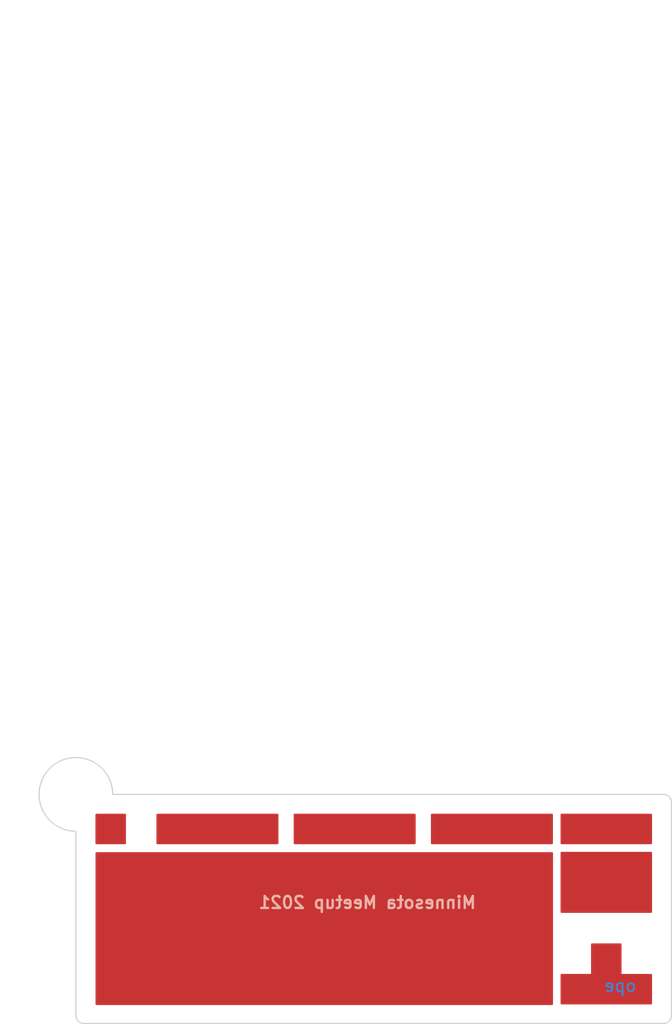
<source format=kicad_pcb>
(kicad_pcb (version 20171130) (host pcbnew "(5.1.10-1-10_14)")

  (general
    (thickness 1.6)
    (drawings 18)
    (tracks 0)
    (zones 0)
    (modules 87)
    (nets 1)
  )

  (page A4)
  (layers
    (0 F.Cu signal)
    (31 B.Cu signal)
    (32 B.Adhes user)
    (33 F.Adhes user)
    (34 B.Paste user)
    (35 F.Paste user)
    (36 B.SilkS user)
    (37 F.SilkS user)
    (38 B.Mask user)
    (39 F.Mask user)
    (40 Dwgs.User user hide)
    (41 Cmts.User user)
    (42 Eco1.User user)
    (43 Eco2.User user)
    (44 Edge.Cuts user)
    (45 Margin user)
    (46 B.CrtYd user)
    (47 F.CrtYd user)
    (48 B.Fab user)
    (49 F.Fab user hide)
  )

  (setup
    (last_trace_width 0.25)
    (trace_clearance 0.2)
    (zone_clearance 0)
    (zone_45_only no)
    (trace_min 0.2)
    (via_size 0.8)
    (via_drill 0.4)
    (via_min_size 0.4)
    (via_min_drill 0.3)
    (uvia_size 0.3)
    (uvia_drill 0.1)
    (uvias_allowed no)
    (uvia_min_size 0.2)
    (uvia_min_drill 0.1)
    (edge_width 0.15)
    (segment_width 0.15)
    (pcb_text_width 0.3)
    (pcb_text_size 1.5 1.5)
    (mod_edge_width 0.15)
    (mod_text_size 1 1)
    (mod_text_width 0.15)
    (pad_size 6 6)
    (pad_drill 4)
    (pad_to_mask_clearance 0)
    (aux_axis_origin 0 0)
    (visible_elements 7FFFFFFF)
    (pcbplotparams
      (layerselection 0x010fc_ffffffff)
      (usegerberextensions false)
      (usegerberattributes false)
      (usegerberadvancedattributes false)
      (creategerberjobfile false)
      (excludeedgelayer true)
      (linewidth 0.100000)
      (plotframeref false)
      (viasonmask false)
      (mode 1)
      (useauxorigin false)
      (hpglpennumber 1)
      (hpglpenspeed 20)
      (hpglpendiameter 15.000000)
      (psnegative false)
      (psa4output false)
      (plotreference true)
      (plotvalue true)
      (plotinvisibletext false)
      (padsonsilk false)
      (subtractmaskfromsilk false)
      (outputformat 1)
      (mirror false)
      (drillshape 0)
      (scaleselection 1)
      (outputdirectory "Gerber"))
  )

  (net 0 "")

  (net_class Default "This is the default net class."
    (clearance 0.2)
    (trace_width 0.25)
    (via_dia 0.8)
    (via_drill 0.4)
    (uvia_dia 0.3)
    (uvia_drill 0.1)
  )

  (module random-keyboard-parts:Plate_hole_4mm (layer F.Cu) (tedit 5DBC5A61) (tstamp 611E22A1)
    (at 12.8 137.7)
    (fp_text reference Ref** (at -0.0127 1.2065) (layer Dwgs.User) hide
      (effects (font (size 1 1) (thickness 0.15)))
    )
    (fp_text value Plate_hole_4mm (at 0 -0.5) (layer F.Fab)
      (effects (font (size 1 1) (thickness 0.15)))
    )
    (pad "" np_thru_hole circle (at 0.0127 -1.9939) (size 4 4) (drill 4) (layers *.Cu *.Mask))
  )

  (module locallib:Pad-1U (layer F.Cu) (tedit 5C08844F) (tstamp 5C090BB4)
    (at 55.245 144.78)
    (fp_text reference REF** (at 0 0.5) (layer Dwgs.User) hide
      (effects (font (size 1 1) (thickness 0.15)))
    )
    (fp_text value Pad-1U (at 0 -0.5) (layer F.Fab) hide
      (effects (font (size 1 1) (thickness 0.15)))
    )
    (pad "" smd rect (at 0 0) (size 3 3) (layers F.Mask)
      (solder_mask_margin -0.1))
  )

  (module locallib:Pad-1U (layer F.Cu) (tedit 5C08844F) (tstamp 5C090BB0)
    (at 24.765 144.78)
    (fp_text reference REF** (at 0 0.5) (layer Dwgs.User) hide
      (effects (font (size 1 1) (thickness 0.15)))
    )
    (fp_text value Pad-1U (at 0 -0.5) (layer F.Fab) hide
      (effects (font (size 1 1) (thickness 0.15)))
    )
    (pad "" smd rect (at 0 0) (size 3 3) (layers F.Mask)
      (solder_mask_margin -0.1))
  )

  (module locallib:Pad-1U (layer F.Cu) (tedit 5C08844F) (tstamp 5C090BAC)
    (at 36.195 144.78)
    (fp_text reference REF** (at 0 0.5) (layer Dwgs.User) hide
      (effects (font (size 1 1) (thickness 0.15)))
    )
    (fp_text value Pad-1U (at 0 -0.5) (layer F.Fab) hide
      (effects (font (size 1 1) (thickness 0.15)))
    )
    (pad "" smd rect (at 0 0) (size 3 3) (layers F.Mask)
      (solder_mask_margin -0.1))
  )

  (module locallib:Pad-1U (layer F.Cu) (tedit 5C08844F) (tstamp 5C090BA8)
    (at 28.575 144.78)
    (fp_text reference REF** (at 0 0.5) (layer Dwgs.User) hide
      (effects (font (size 1 1) (thickness 0.15)))
    )
    (fp_text value Pad-1U (at 0 -0.5) (layer F.Fab) hide
      (effects (font (size 1 1) (thickness 0.15)))
    )
    (pad "" smd rect (at 0 0) (size 3 3) (layers F.Mask)
      (solder_mask_margin -0.1))
  )

  (module locallib:Pad-1U (layer F.Cu) (tedit 5C08844F) (tstamp 5C090BA4)
    (at 32.385 144.78)
    (fp_text reference REF** (at 0 0.5) (layer Dwgs.User) hide
      (effects (font (size 1 1) (thickness 0.15)))
    )
    (fp_text value Pad-1U (at 0 -0.5) (layer F.Fab) hide
      (effects (font (size 1 1) (thickness 0.15)))
    )
    (pad "" smd rect (at 0 0) (size 3 3) (layers F.Mask)
      (solder_mask_margin -0.1))
  )

  (module locallib:Pad-1U (layer F.Cu) (tedit 5C08844F) (tstamp 5C090BA0)
    (at 43.815 144.78)
    (fp_text reference REF** (at 0 0.5) (layer Dwgs.User) hide
      (effects (font (size 1 1) (thickness 0.15)))
    )
    (fp_text value Pad-1U (at 0 -0.5) (layer F.Fab) hide
      (effects (font (size 1 1) (thickness 0.15)))
    )
    (pad "" smd rect (at 0 0) (size 3 3) (layers F.Mask)
      (solder_mask_margin -0.1))
  )

  (module locallib:Pad-1U (layer F.Cu) (tedit 5C08844F) (tstamp 5C090B9C)
    (at 40.005 144.78)
    (fp_text reference REF** (at 0 0.5) (layer Dwgs.User) hide
      (effects (font (size 1 1) (thickness 0.15)))
    )
    (fp_text value Pad-1U (at 0 -0.5) (layer F.Fab) hide
      (effects (font (size 1 1) (thickness 0.15)))
    )
    (pad "" smd rect (at 0 0) (size 3 3) (layers F.Mask)
      (solder_mask_margin -0.1))
  )

  (module locallib:Pad-1U (layer F.Cu) (tedit 5C08844F) (tstamp 5C090B98)
    (at 51.435 144.78)
    (fp_text reference REF** (at 0 0.5) (layer Dwgs.User) hide
      (effects (font (size 1 1) (thickness 0.15)))
    )
    (fp_text value Pad-1U (at 0 -0.5) (layer F.Fab) hide
      (effects (font (size 1 1) (thickness 0.15)))
    )
    (pad "" smd rect (at 0 0) (size 3 3) (layers F.Mask)
      (solder_mask_margin -0.1))
  )

  (module locallib:Pad-1U (layer F.Cu) (tedit 5C08844F) (tstamp 5C090B94)
    (at 62.865 144.78)
    (fp_text reference REF** (at 0 0.5) (layer Dwgs.User) hide
      (effects (font (size 1 1) (thickness 0.15)))
    )
    (fp_text value Pad-1U (at 0 -0.5) (layer F.Fab) hide
      (effects (font (size 1 1) (thickness 0.15)))
    )
    (pad "" smd rect (at 0 0) (size 3 3) (layers F.Mask)
      (solder_mask_margin -0.1))
  )

  (module locallib:Pad-1U (layer F.Cu) (tedit 5C08844F) (tstamp 5C090B90)
    (at 34.29 148.59)
    (fp_text reference REF** (at 0 0.5) (layer Dwgs.User) hide
      (effects (font (size 1 1) (thickness 0.15)))
    )
    (fp_text value Pad-1U (at 0 -0.5) (layer F.Fab) hide
      (effects (font (size 1 1) (thickness 0.15)))
    )
    (pad "" smd rect (at 0 0) (size 3 3) (layers F.Mask)
      (solder_mask_margin -0.1))
  )

  (module locallib:Pad-1.5U (layer F.Cu) (tedit 5C08853F) (tstamp 5C090B8C)
    (at 18.0975 148.59)
    (fp_text reference REF** (at 0 0.5) (layer Dwgs.User) hide
      (effects (font (size 1 1) (thickness 0.15)))
    )
    (fp_text value Pad-1.5U (at 0 -0.5) (layer F.Fab) hide
      (effects (font (size 1 1) (thickness 0.15)))
    )
    (pad "" smd rect (at 0 0) (size 4.905 3) (layers F.Mask)
      (solder_mask_margin -0.1))
  )

  (module locallib:Pad-1U (layer F.Cu) (tedit 5C08844F) (tstamp 5C090B88)
    (at 22.86 148.59)
    (fp_text reference REF** (at 0 0.5) (layer Dwgs.User) hide
      (effects (font (size 1 1) (thickness 0.15)))
    )
    (fp_text value Pad-1U (at 0 -0.5) (layer F.Fab) hide
      (effects (font (size 1 1) (thickness 0.15)))
    )
    (pad "" smd rect (at 0 0) (size 3 3) (layers F.Mask)
      (solder_mask_margin -0.1))
  )

  (module locallib:Pad-1U (layer F.Cu) (tedit 5C08844F) (tstamp 5C090B84)
    (at 58.1025 152.4)
    (fp_text reference REF** (at 0 0.5) (layer Dwgs.User) hide
      (effects (font (size 1 1) (thickness 0.15)))
    )
    (fp_text value Pad-1U (at 0 -0.5) (layer F.Fab) hide
      (effects (font (size 1 1) (thickness 0.15)))
    )
    (pad "" smd rect (at 0 0) (size 3 3) (layers F.Mask)
      (solder_mask_margin -0.1))
  )

  (module locallib:Pad-1U (layer F.Cu) (tedit 5C08844F) (tstamp 5C090B80)
    (at 49.53 148.59)
    (fp_text reference REF** (at 0 0.5) (layer Dwgs.User) hide
      (effects (font (size 1 1) (thickness 0.15)))
    )
    (fp_text value Pad-1U (at 0 -0.5) (layer F.Fab) hide
      (effects (font (size 1 1) (thickness 0.15)))
    )
    (pad "" smd rect (at 0 0) (size 3 3) (layers F.Mask)
      (solder_mask_margin -0.1))
  )

  (module locallib:Pad-1U (layer F.Cu) (tedit 5C08844F) (tstamp 5C090B7C)
    (at 59.055 144.78)
    (fp_text reference REF** (at 0 0.5) (layer Dwgs.User) hide
      (effects (font (size 1 1) (thickness 0.15)))
    )
    (fp_text value Pad-1U (at 0 -0.5) (layer F.Fab) hide
      (effects (font (size 1 1) (thickness 0.15)))
    )
    (pad "" smd rect (at 0 0) (size 3 3) (layers F.Mask)
      (solder_mask_margin -0.1))
  )

  (module locallib:Pad-1U (layer F.Cu) (tedit 5C08844F) (tstamp 5C090B78)
    (at 27.6225 152.4)
    (fp_text reference REF** (at 0 0.5) (layer Dwgs.User) hide
      (effects (font (size 1 1) (thickness 0.15)))
    )
    (fp_text value Pad-1U (at 0 -0.5) (layer F.Fab) hide
      (effects (font (size 1 1) (thickness 0.15)))
    )
    (pad "" smd rect (at 0 0) (size 3 3) (layers F.Mask)
      (solder_mask_margin -0.1))
  )

  (module locallib:Pad-1U (layer F.Cu) (tedit 5C08844F) (tstamp 5C090B74)
    (at 26.67 148.59)
    (fp_text reference REF** (at 0 0.5) (layer Dwgs.User) hide
      (effects (font (size 1 1) (thickness 0.15)))
    )
    (fp_text value Pad-1U (at 0 -0.5) (layer F.Fab) hide
      (effects (font (size 1 1) (thickness 0.15)))
    )
    (pad "" smd rect (at 0 0) (size 3 3) (layers F.Mask)
      (solder_mask_margin -0.1))
  )

  (module locallib:Pad-1U (layer F.Cu) (tedit 5C08844F) (tstamp 5C090B70)
    (at 50.4825 152.4)
    (fp_text reference REF** (at 0 0.5) (layer Dwgs.User) hide
      (effects (font (size 1 1) (thickness 0.15)))
    )
    (fp_text value Pad-1U (at 0 -0.5) (layer F.Fab) hide
      (effects (font (size 1 1) (thickness 0.15)))
    )
    (pad "" smd rect (at 0 0) (size 3 3) (layers F.Mask)
      (solder_mask_margin -0.1))
  )

  (module locallib:Pad-1U (layer F.Cu) (tedit 5C08844F) (tstamp 5C090B6C)
    (at 64.77 148.59)
    (fp_text reference REF** (at 0 0.5) (layer Dwgs.User) hide
      (effects (font (size 1 1) (thickness 0.15)))
    )
    (fp_text value Pad-1U (at 0 -0.5) (layer F.Fab) hide
      (effects (font (size 1 1) (thickness 0.15)))
    )
    (pad "" smd rect (at 0 0) (size 3 3) (layers F.Mask)
      (solder_mask_margin -0.1))
  )

  (module locallib:Pad-1U (layer F.Cu) (tedit 5C08844F) (tstamp 5C090B68)
    (at 38.1 148.59)
    (fp_text reference REF** (at 0 0.5) (layer Dwgs.User) hide
      (effects (font (size 1 1) (thickness 0.15)))
    )
    (fp_text value Pad-1U (at 0 -0.5) (layer F.Fab) hide
      (effects (font (size 1 1) (thickness 0.15)))
    )
    (pad "" smd rect (at 0 0) (size 3 3) (layers F.Mask)
      (solder_mask_margin -0.1))
  )

  (module locallib:Pad-1U (layer F.Cu) (tedit 5C08844F) (tstamp 5C090B64)
    (at 57.15 148.59)
    (fp_text reference REF** (at 0 0.5) (layer Dwgs.User) hide
      (effects (font (size 1 1) (thickness 0.15)))
    )
    (fp_text value Pad-1U (at 0 -0.5) (layer F.Fab) hide
      (effects (font (size 1 1) (thickness 0.15)))
    )
    (pad "" smd rect (at 0 0) (size 3 3) (layers F.Mask)
      (solder_mask_margin -0.1))
  )

  (module locallib:Pad-1.5U (layer F.Cu) (tedit 5C08853F) (tstamp 5C090B60)
    (at 69.5325 148.59)
    (fp_text reference REF** (at 0 0.5) (layer Dwgs.User) hide
      (effects (font (size 1 1) (thickness 0.15)))
    )
    (fp_text value Pad-1.5U (at 0 -0.5) (layer F.Fab) hide
      (effects (font (size 1 1) (thickness 0.15)))
    )
    (pad "" smd rect (at 0 0) (size 4.905 3) (layers F.Mask)
      (solder_mask_margin -0.1))
  )

  (module locallib:Pad-1U (layer F.Cu) (tedit 5C08844F) (tstamp 5C090B5C)
    (at 53.34 148.59)
    (fp_text reference REF** (at 0 0.5) (layer Dwgs.User) hide
      (effects (font (size 1 1) (thickness 0.15)))
    )
    (fp_text value Pad-1U (at 0 -0.5) (layer F.Fab) hide
      (effects (font (size 1 1) (thickness 0.15)))
    )
    (pad "" smd rect (at 0 0) (size 3 3) (layers F.Mask)
      (solder_mask_margin -0.1))
  )

  (module locallib:Pad-2.25U (layer F.Cu) (tedit 5C088496) (tstamp 5C090B58)
    (at 68.10375 152.4)
    (fp_text reference REF** (at 0 0.5) (layer Dwgs.User) hide
      (effects (font (size 1 1) (thickness 0.15)))
    )
    (fp_text value Pad-2.25U (at 0 -0.5) (layer F.Fab) hide
      (effects (font (size 1 1) (thickness 0.15)))
    )
    (pad "" smd rect (at 0 0) (size 7.7625 3) (layers F.Mask)
      (solder_mask_margin -0.1))
  )

  (module locallib:Pad-1U (layer F.Cu) (tedit 5C08844F) (tstamp 5C090B54)
    (at 35.2425 152.4)
    (fp_text reference REF** (at 0 0.5) (layer Dwgs.User) hide
      (effects (font (size 1 1) (thickness 0.15)))
    )
    (fp_text value Pad-1U (at 0 -0.5) (layer F.Fab) hide
      (effects (font (size 1 1) (thickness 0.15)))
    )
    (pad "" smd rect (at 0 0) (size 3 3) (layers F.Mask)
      (solder_mask_margin -0.1))
  )

  (module locallib:Pad-1U (layer F.Cu) (tedit 5C08844F) (tstamp 5C090B50)
    (at 41.91 148.59)
    (fp_text reference REF** (at 0 0.5) (layer Dwgs.User) hide
      (effects (font (size 1 1) (thickness 0.15)))
    )
    (fp_text value Pad-1U (at 0 -0.5) (layer F.Fab) hide
      (effects (font (size 1 1) (thickness 0.15)))
    )
    (pad "" smd rect (at 0 0) (size 3 3) (layers F.Mask)
      (solder_mask_margin -0.1))
  )

  (module locallib:Pad-1U (layer F.Cu) (tedit 5C08844F) (tstamp 5C090B4C)
    (at 30.48 148.59)
    (fp_text reference REF** (at 0 0.5) (layer Dwgs.User) hide
      (effects (font (size 1 1) (thickness 0.15)))
    )
    (fp_text value Pad-1U (at 0 -0.5) (layer F.Fab) hide
      (effects (font (size 1 1) (thickness 0.15)))
    )
    (pad "" smd rect (at 0 0) (size 3 3) (layers F.Mask)
      (solder_mask_margin -0.1))
  )

  (module locallib:Pad-1U (layer F.Cu) (tedit 5C08844F) (tstamp 5C090B48)
    (at 45.72 148.59)
    (fp_text reference REF** (at 0 0.5) (layer Dwgs.User) hide
      (effects (font (size 1 1) (thickness 0.15)))
    )
    (fp_text value Pad-1U (at 0 -0.5) (layer F.Fab) hide
      (effects (font (size 1 1) (thickness 0.15)))
    )
    (pad "" smd rect (at 0 0) (size 3 3) (layers F.Mask)
      (solder_mask_margin -0.1))
  )

  (module locallib:Pad-1U (layer F.Cu) (tedit 5C08844F) (tstamp 5C090B44)
    (at 60.96 148.59)
    (fp_text reference REF** (at 0 0.5) (layer Dwgs.User) hide
      (effects (font (size 1 1) (thickness 0.15)))
    )
    (fp_text value Pad-1U (at 0 -0.5) (layer F.Fab) hide
      (effects (font (size 1 1) (thickness 0.15)))
    )
    (pad "" smd rect (at 0 0) (size 3 3) (layers F.Mask)
      (solder_mask_margin -0.1))
  )

  (module locallib:Pad-1.75U (layer F.Cu) (tedit 5C08847B) (tstamp 5C090B40)
    (at 18.57375 152.4)
    (fp_text reference REF** (at 0 0.5) (layer Dwgs.User) hide
      (effects (font (size 1 1) (thickness 0.15)))
    )
    (fp_text value Pad-1.75U (at 0 -0.5) (layer F.Fab) hide
      (effects (font (size 1 1) (thickness 0.15)))
    )
    (pad "" smd rect (at 0 0) (size 5.8575 3) (layers F.Mask)
      (solder_mask_margin -0.1))
  )

  (module locallib:Pad-1U (layer F.Cu) (tedit 5C08844F) (tstamp 5C090B3C)
    (at 23.8125 152.4)
    (fp_text reference REF** (at 0 0.5) (layer Dwgs.User) hide
      (effects (font (size 1 1) (thickness 0.15)))
    )
    (fp_text value Pad-1U (at 0 -0.5) (layer F.Fab) hide
      (effects (font (size 1 1) (thickness 0.15)))
    )
    (pad "" smd rect (at 0 0) (size 3 3) (layers F.Mask)
      (solder_mask_margin -0.1))
  )

  (module locallib:Pad-1U (layer F.Cu) (tedit 5C08844F) (tstamp 5C090B38)
    (at 61.9125 152.4)
    (fp_text reference REF** (at 0 0.5) (layer Dwgs.User) hide
      (effects (font (size 1 1) (thickness 0.15)))
    )
    (fp_text value Pad-1U (at 0 -0.5) (layer F.Fab) hide
      (effects (font (size 1 1) (thickness 0.15)))
    )
    (pad "" smd rect (at 0 0) (size 3 3) (layers F.Mask)
      (solder_mask_margin -0.1))
  )

  (module locallib:Pad-1U (layer F.Cu) (tedit 5C08844F) (tstamp 5C090B34)
    (at 31.4325 152.4)
    (fp_text reference REF** (at 0 0.5) (layer Dwgs.User) hide
      (effects (font (size 1 1) (thickness 0.15)))
    )
    (fp_text value Pad-1U (at 0 -0.5) (layer F.Fab) hide
      (effects (font (size 1 1) (thickness 0.15)))
    )
    (pad "" smd rect (at 0 0) (size 3 3) (layers F.Mask)
      (solder_mask_margin -0.1))
  )

  (module locallib:Pad-1U (layer F.Cu) (tedit 5C08844F) (tstamp 5C090B30)
    (at 46.6725 152.4)
    (fp_text reference REF** (at 0 0.5) (layer Dwgs.User) hide
      (effects (font (size 1 1) (thickness 0.15)))
    )
    (fp_text value Pad-1U (at 0 -0.5) (layer F.Fab) hide
      (effects (font (size 1 1) (thickness 0.15)))
    )
    (pad "" smd rect (at 0 0) (size 3 3) (layers F.Mask)
      (solder_mask_margin -0.1))
  )

  (module locallib:Pad-1U (layer F.Cu) (tedit 5C08844F) (tstamp 5C090B2C)
    (at 47.625 144.78)
    (fp_text reference REF** (at 0 0.5) (layer Dwgs.User) hide
      (effects (font (size 1 1) (thickness 0.15)))
    )
    (fp_text value Pad-1U (at 0 -0.5) (layer F.Fab) hide
      (effects (font (size 1 1) (thickness 0.15)))
    )
    (pad "" smd rect (at 0 0) (size 3 3) (layers F.Mask)
      (solder_mask_margin -0.1))
  )

  (module locallib:Pad-1U (layer F.Cu) (tedit 5C08844F) (tstamp 5C090B28)
    (at 54.2925 152.4)
    (fp_text reference REF** (at 0 0.5) (layer Dwgs.User) hide
      (effects (font (size 1 1) (thickness 0.15)))
    )
    (fp_text value Pad-1U (at 0 -0.5) (layer F.Fab) hide
      (effects (font (size 1 1) (thickness 0.15)))
    )
    (pad "" smd rect (at 0 0) (size 3 3) (layers F.Mask)
      (solder_mask_margin -0.1))
  )

  (module locallib:Pad-1U (layer F.Cu) (tedit 5C08844F) (tstamp 5C090B24)
    (at 42.8625 152.4)
    (fp_text reference REF** (at 0 0.5) (layer Dwgs.User) hide
      (effects (font (size 1 1) (thickness 0.15)))
    )
    (fp_text value Pad-1U (at 0 -0.5) (layer F.Fab) hide
      (effects (font (size 1 1) (thickness 0.15)))
    )
    (pad "" smd rect (at 0 0) (size 3 3) (layers F.Mask)
      (solder_mask_margin -0.1))
  )

  (module locallib:Pad-2U (layer F.Cu) (tedit 5C08848A) (tstamp 5C090B20)
    (at 68.58 144.78)
    (fp_text reference REF** (at 0 0.5) (layer Dwgs.User) hide
      (effects (font (size 1 1) (thickness 0.15)))
    )
    (fp_text value Pad-2U (at 0 -0.5) (layer F.Fab) hide
      (effects (font (size 1 1) (thickness 0.15)))
    )
    (pad "" smd rect (at 0 0) (size 6.81 3) (layers F.Mask)
      (solder_mask_margin -0.1))
  )

  (module locallib:Pad-1U (layer F.Cu) (tedit 5C08844F) (tstamp 5C090B1C)
    (at 79.0575 148.59)
    (fp_text reference REF** (at 0 0.5) (layer Dwgs.User) hide
      (effects (font (size 1 1) (thickness 0.15)))
    )
    (fp_text value Pad-1U (at 0 -0.5) (layer F.Fab) hide
      (effects (font (size 1 1) (thickness 0.15)))
    )
    (pad "" smd rect (at 0 0) (size 3 3) (layers F.Mask)
      (solder_mask_margin -0.1))
  )

  (module locallib:Pad-1U (layer F.Cu) (tedit 5C08844F) (tstamp 5C090B18)
    (at 75.2475 160.02)
    (fp_text reference REF** (at 0 0.5) (layer Dwgs.User) hide
      (effects (font (size 1 1) (thickness 0.15)))
    )
    (fp_text value Pad-1U (at 0 -0.5) (layer F.Fab) hide
      (effects (font (size 1 1) (thickness 0.15)))
    )
    (pad "" smd rect (at 0 0) (size 3 3) (layers F.Mask)
      (solder_mask_margin -0.1))
  )

  (module locallib:Pad-1U (layer F.Cu) (tedit 5C08844F) (tstamp 5C090B14)
    (at 48.5775 156.21)
    (fp_text reference REF** (at 0 0.5) (layer Dwgs.User) hide
      (effects (font (size 1 1) (thickness 0.15)))
    )
    (fp_text value Pad-1U (at 0 -0.5) (layer F.Fab) hide
      (effects (font (size 1 1) (thickness 0.15)))
    )
    (pad "" smd rect (at 0 0) (size 3 3) (layers F.Mask)
      (solder_mask_margin -0.1))
  )

  (module locallib:Pad-1U (layer F.Cu) (tedit 5C08844F) (tstamp 5C090B10)
    (at 17.145 144.78)
    (fp_text reference REF** (at 0 0.5) (layer Dwgs.User) hide
      (effects (font (size 1 1) (thickness 0.15)))
    )
    (fp_text value Pad-1U (at 0 -0.5) (layer F.Fab) hide
      (effects (font (size 1 1) (thickness 0.15)))
    )
    (pad "" smd rect (at 0 0) (size 3 3) (layers F.Mask)
      (solder_mask_margin -0.1))
  )

  (module locallib:Pad-1U (layer F.Cu) (tedit 5C08844F) (tstamp 5C090B0C)
    (at 60.0075 156.21)
    (fp_text reference REF** (at 0 0.5) (layer Dwgs.User) hide
      (effects (font (size 1 1) (thickness 0.15)))
    )
    (fp_text value Pad-1U (at 0 -0.5) (layer F.Fab) hide
      (effects (font (size 1 1) (thickness 0.15)))
    )
    (pad "" smd rect (at 0 0) (size 3 3) (layers F.Mask)
      (solder_mask_margin -0.1))
  )

  (module locallib:Pad-1.5U (layer F.Cu) (tedit 5C08853F) (tstamp 5C090B08)
    (at 18.0975 160.02)
    (fp_text reference REF** (at 0 0.5) (layer Dwgs.User) hide
      (effects (font (size 1 1) (thickness 0.15)))
    )
    (fp_text value Pad-1.5U (at 0 -0.5) (layer F.Fab) hide
      (effects (font (size 1 1) (thickness 0.15)))
    )
    (pad "" smd rect (at 0 0) (size 4.905 3) (layers F.Mask)
      (solder_mask_margin -0.1))
  )

  (module locallib:Pad-1U (layer F.Cu) (tedit 5C08844F) (tstamp 5C090B04)
    (at 79.0575 140.0175)
    (fp_text reference REF** (at 0 0.5) (layer Dwgs.User) hide
      (effects (font (size 1 1) (thickness 0.15)))
    )
    (fp_text value Pad-1U (at 0 -0.5) (layer F.Fab) hide
      (effects (font (size 1 1) (thickness 0.15)))
    )
    (pad "" smd rect (at 0 0) (size 3 3) (layers F.Mask)
      (solder_mask_margin -0.1))
  )

  (module locallib:Pad-7U (layer F.Cu) (tedit 5C0884CD) (tstamp 5C090B00)
    (at 43.815 160.02)
    (fp_text reference REF** (at 0 0.5) (layer Dwgs.User) hide
      (effects (font (size 1 1) (thickness 0.15)))
    )
    (fp_text value Pad-7U (at 0 -0.5) (layer F.Fab) hide
      (effects (font (size 1 1) (thickness 0.15)))
    )
    (pad "" smd rect (at 0 0) (size 25.86 3) (layers F.Mask)
      (solder_mask_margin -0.1))
  )

  (module locallib:Pad-1.5U (layer F.Cu) (tedit 5C08853F) (tstamp 5C090AFC)
    (at 60.0075 160.02)
    (fp_text reference REF** (at 0 0.5) (layer Dwgs.User) hide
      (effects (font (size 1 1) (thickness 0.15)))
    )
    (fp_text value Pad-1.5U (at 0 -0.5) (layer F.Fab) hide
      (effects (font (size 1 1) (thickness 0.15)))
    )
    (pad "" smd rect (at 0 0) (size 4.905 3) (layers F.Mask)
      (solder_mask_margin -0.1))
  )

  (module locallib:Pad-1U (layer F.Cu) (tedit 5C08844F) (tstamp 5C090AF8)
    (at 41.91 140.0175)
    (fp_text reference REF** (at 0 0.5) (layer Dwgs.User) hide
      (effects (font (size 1 1) (thickness 0.15)))
    )
    (fp_text value Pad-1U (at 0 -0.5) (layer F.Fab) hide
      (effects (font (size 1 1) (thickness 0.15)))
    )
    (pad "" smd rect (at 0 0) (size 3 3) (layers F.Mask)
      (solder_mask_margin -0.1))
  )

  (module locallib:Pad-1U (layer F.Cu) (tedit 5C08844F) (tstamp 5C090AF4)
    (at 44.7675 156.21)
    (fp_text reference REF** (at 0 0.5) (layer Dwgs.User) hide
      (effects (font (size 1 1) (thickness 0.15)))
    )
    (fp_text value Pad-1U (at 0 -0.5) (layer F.Fab) hide
      (effects (font (size 1 1) (thickness 0.15)))
    )
    (pad "" smd rect (at 0 0) (size 3 3) (layers F.Mask)
      (solder_mask_margin -0.1))
  )

  (module locallib:Pad-1U (layer F.Cu) (tedit 5C08844F) (tstamp 5C090AF0)
    (at 82.8675 148.59)
    (fp_text reference REF** (at 0 0.5) (layer Dwgs.User) hide
      (effects (font (size 1 1) (thickness 0.15)))
    )
    (fp_text value Pad-1U (at 0 -0.5) (layer F.Fab) hide
      (effects (font (size 1 1) (thickness 0.15)))
    )
    (pad "" smd rect (at 0 0) (size 3 3) (layers F.Mask)
      (solder_mask_margin -0.1))
  )

  (module locallib:Pad-1U (layer F.Cu) (tedit 5C08844F) (tstamp 5C090AEC)
    (at 79.0575 160.02)
    (fp_text reference REF** (at 0 0.5) (layer Dwgs.User) hide
      (effects (font (size 1 1) (thickness 0.15)))
    )
    (fp_text value Pad-1U (at 0 -0.5) (layer F.Fab) hide
      (effects (font (size 1 1) (thickness 0.15)))
    )
    (pad "" smd rect (at 0 0) (size 3 3) (layers F.Mask)
      (solder_mask_margin -0.1))
  )

  (module locallib:Pad-1U (layer F.Cu) (tedit 5C08844F) (tstamp 5C090AE8)
    (at 29.5275 156.21)
    (fp_text reference REF** (at 0 0.5) (layer Dwgs.User) hide
      (effects (font (size 1 1) (thickness 0.15)))
    )
    (fp_text value Pad-1U (at 0 -0.5) (layer F.Fab) hide
      (effects (font (size 1 1) (thickness 0.15)))
    )
    (pad "" smd rect (at 0 0) (size 3 3) (layers F.Mask)
      (solder_mask_margin -0.1))
  )

  (module locallib:Pad-1U (layer F.Cu) (tedit 5C08844F) (tstamp 5C090AE4)
    (at 40.9575 156.21)
    (fp_text reference REF** (at 0 0.5) (layer Dwgs.User) hide
      (effects (font (size 1 1) (thickness 0.15)))
    )
    (fp_text value Pad-1U (at 0 -0.5) (layer F.Fab) hide
      (effects (font (size 1 1) (thickness 0.15)))
    )
    (pad "" smd rect (at 0 0) (size 3 3) (layers F.Mask)
      (solder_mask_margin -0.1))
  )

  (module locallib:Pad-2.75U (layer F.Cu) (tedit 5C0884A5) (tstamp 5C090AE0)
    (at 67.15125 156.21)
    (fp_text reference REF** (at 0 0.5) (layer Dwgs.User) hide
      (effects (font (size 1 1) (thickness 0.15)))
    )
    (fp_text value Pad-2.75U (at 0 -0.5) (layer F.Fab) hide
      (effects (font (size 1 1) (thickness 0.15)))
    )
    (pad "" smd rect (at 0 0) (size 9.6675 3) (layers F.Mask)
      (solder_mask_margin -0.1))
  )

  (module locallib:Pad-1U (layer F.Cu) (tedit 5C08844F) (tstamp 5C090ADC)
    (at 17.145 140.0175)
    (fp_text reference REF** (at 0 0.5) (layer Dwgs.User) hide
      (effects (font (size 1 1) (thickness 0.15)))
    )
    (fp_text value Pad-1U (at 0 -0.5) (layer F.Fab) hide
      (effects (font (size 1 1) (thickness 0.15)))
    )
    (pad "" smd rect (at 0 0) (size 3 3) (layers F.Mask)
      (solder_mask_margin -0.1))
  )

  (module locallib:Pad-1U (layer F.Cu) (tedit 5C08844F) (tstamp 5C090AD8)
    (at 52.3875 156.21)
    (fp_text reference REF** (at 0 0.5) (layer Dwgs.User) hide
      (effects (font (size 1 1) (thickness 0.15)))
    )
    (fp_text value Pad-1U (at 0 -0.5) (layer F.Fab) hide
      (effects (font (size 1 1) (thickness 0.15)))
    )
    (pad "" smd rect (at 0 0) (size 3 3) (layers F.Mask)
      (solder_mask_margin -0.1))
  )

  (module locallib:Pad-1U (layer F.Cu) (tedit 5C08844F) (tstamp 5C090AD4)
    (at 33.3375 156.21)
    (fp_text reference REF** (at 0 0.5) (layer Dwgs.User) hide
      (effects (font (size 1 1) (thickness 0.15)))
    )
    (fp_text value Pad-1U (at 0 -0.5) (layer F.Fab) hide
      (effects (font (size 1 1) (thickness 0.15)))
    )
    (pad "" smd rect (at 0 0) (size 3 3) (layers F.Mask)
      (solder_mask_margin -0.1))
  )

  (module locallib:Pad-1U (layer F.Cu) (tedit 5C08844F) (tstamp 5C090AD0)
    (at 56.1975 156.21)
    (fp_text reference REF** (at 0 0.5) (layer Dwgs.User) hide
      (effects (font (size 1 1) (thickness 0.15)))
    )
    (fp_text value Pad-1U (at 0 -0.5) (layer F.Fab) hide
      (effects (font (size 1 1) (thickness 0.15)))
    )
    (pad "" smd rect (at 0 0) (size 3 3) (layers F.Mask)
      (solder_mask_margin -0.1))
  )

  (module locallib:Pad-1U (layer F.Cu) (tedit 5C08844F) (tstamp 5C090ACC)
    (at 82.8675 160.02)
    (fp_text reference REF** (at 0 0.5) (layer Dwgs.User) hide
      (effects (font (size 1 1) (thickness 0.15)))
    )
    (fp_text value Pad-1U (at 0 -0.5) (layer F.Fab) hide
      (effects (font (size 1 1) (thickness 0.15)))
    )
    (pad "" smd rect (at 0 0) (size 3 3) (layers F.Mask)
      (solder_mask_margin -0.1))
  )

  (module locallib:Pad-1U (layer F.Cu) (tedit 5C08844F) (tstamp 5C090AC8)
    (at 25.7175 156.21)
    (fp_text reference REF** (at 0 0.5) (layer Dwgs.User) hide
      (effects (font (size 1 1) (thickness 0.15)))
    )
    (fp_text value Pad-1U (at 0 -0.5) (layer F.Fab) hide
      (effects (font (size 1 1) (thickness 0.15)))
    )
    (pad "" smd rect (at 0 0) (size 3 3) (layers F.Mask)
      (solder_mask_margin -0.1))
  )

  (module locallib:Pad-1U (layer F.Cu) (tedit 5C08844F) (tstamp 5C090AC4)
    (at 75.2475 144.78)
    (fp_text reference REF** (at 0 0.5) (layer Dwgs.User) hide
      (effects (font (size 1 1) (thickness 0.15)))
    )
    (fp_text value Pad-1U (at 0 -0.5) (layer F.Fab) hide
      (effects (font (size 1 1) (thickness 0.15)))
    )
    (pad "" smd rect (at 0 0) (size 3 3) (layers F.Mask)
      (solder_mask_margin -0.1))
  )

  (module locallib:Pad-1.5U (layer F.Cu) (tedit 5C08853F) (tstamp 5C090AC0)
    (at 27.6225 160.02)
    (fp_text reference REF** (at 0 0.5) (layer Dwgs.User) hide
      (effects (font (size 1 1) (thickness 0.15)))
    )
    (fp_text value Pad-1.5U (at 0 -0.5) (layer F.Fab) hide
      (effects (font (size 1 1) (thickness 0.15)))
    )
    (pad "" smd rect (at 0 0) (size 4.905 3) (layers F.Mask)
      (solder_mask_margin -0.1))
  )

  (module locallib:Pad-1U (layer F.Cu) (tedit 5C08844F) (tstamp 5C090ABC)
    (at 82.8675 144.78)
    (fp_text reference REF** (at 0 0.5) (layer Dwgs.User) hide
      (effects (font (size 1 1) (thickness 0.15)))
    )
    (fp_text value Pad-1U (at 0 -0.5) (layer F.Fab) hide
      (effects (font (size 1 1) (thickness 0.15)))
    )
    (pad "" smd rect (at 0 0) (size 3 3) (layers F.Mask)
      (solder_mask_margin -0.1))
  )

  (module locallib:Pad-1U (layer F.Cu) (tedit 5C08844F) (tstamp 5C090AB8)
    (at 75.2475 140.0175)
    (fp_text reference REF** (at 0 0.5) (layer Dwgs.User) hide
      (effects (font (size 1 1) (thickness 0.15)))
    )
    (fp_text value Pad-1U (at 0 -0.5) (layer F.Fab) hide
      (effects (font (size 1 1) (thickness 0.15)))
    )
    (pad "" smd rect (at 0 0) (size 3 3) (layers F.Mask)
      (solder_mask_margin -0.1))
  )

  (module locallib:Pad-1U (layer F.Cu) (tedit 5C08844F) (tstamp 5C090AB4)
    (at 79.0575 144.78)
    (fp_text reference REF** (at 0 0.5) (layer Dwgs.User) hide
      (effects (font (size 1 1) (thickness 0.15)))
    )
    (fp_text value Pad-1U (at 0 -0.5) (layer F.Fab) hide
      (effects (font (size 1 1) (thickness 0.15)))
    )
    (pad "" smd rect (at 0 0) (size 3 3) (layers F.Mask)
      (solder_mask_margin -0.1))
  )

  (module locallib:Pad-1U (layer F.Cu) (tedit 5C08844F) (tstamp 5C090AB0)
    (at 37.1475 156.21)
    (fp_text reference REF** (at 0 0.5) (layer Dwgs.User) hide
      (effects (font (size 1 1) (thickness 0.15)))
    )
    (fp_text value Pad-1U (at 0 -0.5) (layer F.Fab) hide
      (effects (font (size 1 1) (thickness 0.15)))
    )
    (pad "" smd rect (at 0 0) (size 3 3) (layers F.Mask)
      (solder_mask_margin -0.1))
  )

  (module locallib:Pad-1U (layer F.Cu) (tedit 5C08844F) (tstamp 5C090AAC)
    (at 79.0575 156.21)
    (fp_text reference REF** (at 0 0.5) (layer Dwgs.User) hide
      (effects (font (size 1 1) (thickness 0.15)))
    )
    (fp_text value Pad-1U (at 0 -0.5) (layer F.Fab) hide
      (effects (font (size 1 1) (thickness 0.15)))
    )
    (pad "" smd rect (at 0 0) (size 3 3) (layers F.Mask)
      (solder_mask_margin -0.1))
  )

  (module locallib:Pad-2.25U (layer F.Cu) (tedit 5C088496) (tstamp 5C090AA8)
    (at 19.52625 156.21)
    (fp_text reference REF** (at 0 0.5) (layer Dwgs.User) hide
      (effects (font (size 1 1) (thickness 0.15)))
    )
    (fp_text value Pad-2.25U (at 0 -0.5) (layer F.Fab) hide
      (effects (font (size 1 1) (thickness 0.15)))
    )
    (pad "" smd rect (at 0 0) (size 7.7625 3) (layers F.Mask)
      (solder_mask_margin -0.1))
  )

  (module locallib:Pad-1U (layer F.Cu) (tedit 5C08844F) (tstamp 5C090AA4)
    (at 39.0525 152.4)
    (fp_text reference REF** (at 0 0.5) (layer Dwgs.User) hide
      (effects (font (size 1 1) (thickness 0.15)))
    )
    (fp_text value Pad-1U (at 0 -0.5) (layer F.Fab) hide
      (effects (font (size 1 1) (thickness 0.15)))
    )
    (pad "" smd rect (at 0 0) (size 3 3) (layers F.Mask)
      (solder_mask_margin -0.1))
  )

  (module locallib:Pad-1U (layer F.Cu) (tedit 5C08844F) (tstamp 5C090AA0)
    (at 82.8675 140.0175)
    (fp_text reference REF** (at 0 0.5) (layer Dwgs.User) hide
      (effects (font (size 1 1) (thickness 0.15)))
    )
    (fp_text value Pad-1U (at 0 -0.5) (layer F.Fab) hide
      (effects (font (size 1 1) (thickness 0.15)))
    )
    (pad "" smd rect (at 0 0) (size 3 3) (layers F.Mask)
      (solder_mask_margin -0.1))
  )

  (module locallib:Pad-1.5U (layer F.Cu) (tedit 5C08853F) (tstamp 5C090A9C)
    (at 69.5325 160.02)
    (fp_text reference REF** (at 0 0.5) (layer Dwgs.User) hide
      (effects (font (size 1 1) (thickness 0.15)))
    )
    (fp_text value Pad-1.5U (at 0 -0.5) (layer F.Fab) hide
      (effects (font (size 1 1) (thickness 0.15)))
    )
    (pad "" smd rect (at 0 0) (size 4.905 3) (layers F.Mask)
      (solder_mask_margin -0.1))
  )

  (module locallib:Pad-1U (layer F.Cu) (tedit 5C08844F) (tstamp 5C090A98)
    (at 24.765 140.0175)
    (fp_text reference REF** (at 0 0.5) (layer Dwgs.User) hide
      (effects (font (size 1 1) (thickness 0.15)))
    )
    (fp_text value Pad-1U (at 0 -0.5) (layer F.Fab) hide
      (effects (font (size 1 1) (thickness 0.15)))
    )
    (pad "" smd rect (at 0 0) (size 3 3) (layers F.Mask)
      (solder_mask_margin -0.1))
  )

  (module locallib:Pad-1U (layer F.Cu) (tedit 5C08844F) (tstamp 5C090A94)
    (at 75.2475 148.59)
    (fp_text reference REF** (at 0 0.5) (layer Dwgs.User) hide
      (effects (font (size 1 1) (thickness 0.15)))
    )
    (fp_text value Pad-1U (at 0 -0.5) (layer F.Fab) hide
      (effects (font (size 1 1) (thickness 0.15)))
    )
    (pad "" smd rect (at 0 0) (size 3 3) (layers F.Mask)
      (solder_mask_margin -0.1))
  )

  (module locallib:Pad-1U (layer F.Cu) (tedit 5C08844F) (tstamp 5C090A90)
    (at 59.055 140.0175)
    (fp_text reference REF** (at 0 0.5) (layer Dwgs.User) hide
      (effects (font (size 1 1) (thickness 0.15)))
    )
    (fp_text value Pad-1U (at 0 -0.5) (layer F.Fab) hide
      (effects (font (size 1 1) (thickness 0.15)))
    )
    (pad "" smd rect (at 0 0) (size 3 3) (layers F.Mask)
      (solder_mask_margin -0.1))
  )

  (module locallib:Pad-1U (layer F.Cu) (tedit 5C08844F) (tstamp 5C090A8C)
    (at 66.675 140.0175)
    (fp_text reference REF** (at 0 0.5) (layer Dwgs.User) hide
      (effects (font (size 1 1) (thickness 0.15)))
    )
    (fp_text value Pad-1U (at 0 -0.5) (layer F.Fab) hide
      (effects (font (size 1 1) (thickness 0.15)))
    )
    (pad "" smd rect (at 0 0) (size 3 3) (layers F.Mask)
      (solder_mask_margin -0.1))
  )

  (module locallib:Pad-1U (layer F.Cu) (tedit 5C08844F) (tstamp 5C090A88)
    (at 62.865 140.0175)
    (fp_text reference REF** (at 0 0.5) (layer Dwgs.User) hide
      (effects (font (size 1 1) (thickness 0.15)))
    )
    (fp_text value Pad-1U (at 0 -0.5) (layer F.Fab) hide
      (effects (font (size 1 1) (thickness 0.15)))
    )
    (pad "" smd rect (at 0 0) (size 3 3) (layers F.Mask)
      (solder_mask_margin -0.1))
  )

  (module locallib:Pad-1U (layer F.Cu) (tedit 5C08844F) (tstamp 5C090A84)
    (at 45.72 140.0175)
    (fp_text reference REF** (at 0 0.5) (layer Dwgs.User) hide
      (effects (font (size 1 1) (thickness 0.15)))
    )
    (fp_text value Pad-1U (at 0 -0.5) (layer F.Fab) hide
      (effects (font (size 1 1) (thickness 0.15)))
    )
    (pad "" smd rect (at 0 0) (size 3 3) (layers F.Mask)
      (solder_mask_margin -0.1))
  )

  (module locallib:Pad-1U (layer F.Cu) (tedit 5C08844F) (tstamp 5C090A80)
    (at 49.53 140.0175)
    (fp_text reference REF** (at 0 0.5) (layer Dwgs.User) hide
      (effects (font (size 1 1) (thickness 0.15)))
    )
    (fp_text value Pad-1U (at 0 -0.5) (layer F.Fab) hide
      (effects (font (size 1 1) (thickness 0.15)))
    )
    (pad "" smd rect (at 0 0) (size 3 3) (layers F.Mask)
      (solder_mask_margin -0.1))
  )

  (module locallib:Pad-1U (layer F.Cu) (tedit 5C08844F) (tstamp 5C090A7C)
    (at 53.34 140.0175)
    (fp_text reference REF** (at 0 0.5) (layer Dwgs.User) hide
      (effects (font (size 1 1) (thickness 0.15)))
    )
    (fp_text value Pad-1U (at 0 -0.5) (layer F.Fab) hide
      (effects (font (size 1 1) (thickness 0.15)))
    )
    (pad "" smd rect (at 0 0) (size 3 3) (layers F.Mask)
      (solder_mask_margin -0.1))
  )

  (module locallib:Pad-1U (layer F.Cu) (tedit 5C08844F) (tstamp 5C090A78)
    (at 70.485 140.0175)
    (fp_text reference REF** (at 0 0.5) (layer Dwgs.User) hide
      (effects (font (size 1 1) (thickness 0.15)))
    )
    (fp_text value Pad-1U (at 0 -0.5) (layer F.Fab) hide
      (effects (font (size 1 1) (thickness 0.15)))
    )
    (pad "" smd rect (at 0 0) (size 3 3) (layers F.Mask)
      (solder_mask_margin -0.1))
  )

  (module locallib:Pad-1U (layer F.Cu) (tedit 5C08844F) (tstamp 5C090A73)
    (at 20.955 144.78)
    (fp_text reference REF** (at 0 0.5) (layer Dwgs.User) hide
      (effects (font (size 1 1) (thickness 0.15)))
    )
    (fp_text value Pad-1U (at 0 -0.5) (layer F.Fab) hide
      (effects (font (size 1 1) (thickness 0.15)))
    )
    (pad "" smd rect (at 0 0) (size 3 3) (layers F.Mask)
      (solder_mask_margin -0.1))
  )

  (module locallib:Pad-1U (layer F.Cu) (tedit 5C08844F) (tstamp 5C090A6F)
    (at 36.195 140.0175)
    (fp_text reference REF** (at 0 0.5) (layer Dwgs.User) hide
      (effects (font (size 1 1) (thickness 0.15)))
    )
    (fp_text value Pad-1U (at 0 -0.5) (layer F.Fab) hide
      (effects (font (size 1 1) (thickness 0.15)))
    )
    (pad "" smd rect (at 0 0) (size 3 3) (layers F.Mask)
      (solder_mask_margin -0.1))
  )

  (module locallib:Pad-1U (layer F.Cu) (tedit 5C08844F) (tstamp 5C090A6B)
    (at 32.385 140.0175)
    (fp_text reference REF** (at 0 0.5) (layer Dwgs.User) hide
      (effects (font (size 1 1) (thickness 0.15)))
    )
    (fp_text value Pad-1U (at 0 -0.5) (layer F.Fab) hide
      (effects (font (size 1 1) (thickness 0.15)))
    )
    (pad "" smd rect (at 0 0) (size 3 3) (layers F.Mask)
      (solder_mask_margin -0.1))
  )

  (module locallib:Pad-1U (layer F.Cu) (tedit 5C08844F) (tstamp 5C090A67)
    (at 28.575 140.0175)
    (fp_text reference REF** (at 0 0.5) (layer Dwgs.User) hide
      (effects (font (size 1 1) (thickness 0.15)))
    )
    (fp_text value Pad-1U (at 0 -0.5) (layer F.Fab) hide
      (effects (font (size 1 1) (thickness 0.15)))
    )
    (pad "" smd rect (at 0 0) (size 3 3) (layers F.Mask)
      (solder_mask_margin -0.1))
  )

  (module locallib:Pad-1U (layer F.Cu) (tedit 5C08844F) (tstamp 5C090F80)
    (at 22.86 160.02)
    (fp_text reference REF** (at 0 0.5) (layer Dwgs.User) hide
      (effects (font (size 1 1) (thickness 0.15)))
    )
    (fp_text value Pad-1U (at 0 -0.5) (layer F.Fab) hide
      (effects (font (size 1 1) (thickness 0.15)))
    )
    (pad "" smd rect (at 0 0) (size 3 3) (layers F.Mask)
      (solder_mask_margin -0.1))
  )

  (module locallib:Pad-1U (layer F.Cu) (tedit 5C08844F) (tstamp 5C090FA1)
    (at 64.77 160.02)
    (fp_text reference REF** (at 0 0.5) (layer Dwgs.User) hide
      (effects (font (size 1 1) (thickness 0.15)))
    )
    (fp_text value Pad-1U (at 0 -0.5) (layer F.Fab) hide
      (effects (font (size 1 1) (thickness 0.15)))
    )
    (pad "" smd rect (at 0 0) (size 3 3) (layers F.Mask)
      (solder_mask_margin -0.1))
  )

  (gr_text ope (at 80.8 159.6) (layer B.Cu) (tstamp 611BFB1F)
    (effects (font (size 1.5 1.5) (thickness 0.25)) (justify mirror))
  )
  (gr_text ope (at 80.8 159.6) (layer B.Mask)
    (effects (font (size 1.5 1.5) (thickness 0.375)) (justify mirror))
  )
  (gr_arc (start 86.2 136.7) (end 87.2 136.7) (angle -90) (layer Edge.Cuts) (width 0.15) (tstamp 611BFA76))
  (gr_arc (start 86.2 163.3) (end 86.2 164.3) (angle -90) (layer Edge.Cuts) (width 0.15) (tstamp 611BFA76))
  (gr_line (start 87.2 136.7) (end 87.2 163.3) (layer Edge.Cuts) (width 0.15) (tstamp 611BFA56))
  (gr_arc (start 13.8 163.3) (end 12.8 163.3) (angle -90) (layer Edge.Cuts) (width 0.15))
  (gr_arc (start 12.8 135.7) (end 17.4 135.7) (angle -270) (layer Edge.Cuts) (width 0.15))
  (dimension 1.905 (width 0.3) (layer Dwgs.User)
    (gr_text "1.905 mm" (at 146.20875 10.75875) (layer Dwgs.User)
      (effects (font (size 1.5 1.5) (thickness 0.3)))
    )
    (feature1 (pts (xy 145.25625 12.85875) (xy 145.25625 12.272329)))
    (feature2 (pts (xy 147.16125 12.85875) (xy 147.16125 12.272329)))
    (crossbar (pts (xy 147.16125 12.85875) (xy 145.25625 12.85875)))
    (arrow1a (pts (xy 145.25625 12.85875) (xy 146.382754 12.272329)))
    (arrow1b (pts (xy 145.25625 12.85875) (xy 146.382754 13.445171)))
    (arrow2a (pts (xy 147.16125 12.85875) (xy 146.034746 12.272329)))
    (arrow2b (pts (xy 147.16125 12.85875) (xy 146.034746 13.445171)))
  )
  (gr_line (start 85.24875 137.63625) (end 85.24875 162.40125) (layer Cmts.User) (width 0.15))
  (gr_text "Minnesota Meetup 2021" (at 49.2 149.2) (layer B.SilkS) (tstamp 5C090F33)
    (effects (font (size 1.5 1.5) (thickness 0.3)) (justify mirror))
  )
  (gr_line (start 14.76375 162.40125) (end 14.76375 137.63625) (layer Cmts.User) (width 0.15) (tstamp 5C090A66))
  (gr_line (start 17.4 135.7) (end 86.2 135.7) (layer Edge.Cuts) (width 0.15) (tstamp 5C090A65))
  (gr_line (start 12.8 163.3) (end 12.8 140.3) (layer Edge.Cuts) (width 0.15) (tstamp 5C090A64))
  (gr_line (start 14.76375 137.63625) (end 85.24875 137.63625) (layer Cmts.User) (width 0.15) (tstamp 5C090A63))
  (gr_line (start 86.2 164.3) (end 13.8 164.3) (layer Edge.Cuts) (width 0.15) (tstamp 5C090A62))
  (gr_line (start 85.24875 162.40125) (end 14.76375 162.40125) (layer Cmts.User) (width 0.15) (tstamp 5C090A5C))
  (dimension 3.81 (width 0.3) (layer Cmts.User)
    (gr_text "3.810 mm" (at 8.85375 70.96125 270) (layer Cmts.User)
      (effects (font (size 1.5 1.5) (thickness 0.3)))
    )
    (feature1 (pts (xy 12.85875 72.86625) (xy 10.367329 72.86625)))
    (feature2 (pts (xy 12.85875 69.05625) (xy 10.367329 69.05625)))
    (crossbar (pts (xy 10.95375 69.05625) (xy 10.95375 72.86625)))
    (arrow1a (pts (xy 10.95375 72.86625) (xy 10.367329 71.739746)))
    (arrow1b (pts (xy 10.95375 72.86625) (xy 11.540171 71.739746)))
    (arrow2a (pts (xy 10.95375 69.05625) (xy 10.367329 70.182754)))
    (arrow2b (pts (xy 10.95375 69.05625) (xy 11.540171 70.182754)))
  )
  (dimension 3.81 (width 0.3) (layer Cmts.User)
    (gr_text "3.810 mm" (at 8.85375 38.57625 270) (layer Cmts.User)
      (effects (font (size 1.5 1.5) (thickness 0.3)))
    )
    (feature1 (pts (xy 12.85875 40.48125) (xy 10.367329 40.48125)))
    (feature2 (pts (xy 12.85875 36.67125) (xy 10.367329 36.67125)))
    (crossbar (pts (xy 10.95375 36.67125) (xy 10.95375 40.48125)))
    (arrow1a (pts (xy 10.95375 40.48125) (xy 10.367329 39.354746)))
    (arrow1b (pts (xy 10.95375 40.48125) (xy 11.540171 39.354746)))
    (arrow2a (pts (xy 10.95375 36.67125) (xy 10.367329 37.797754)))
    (arrow2b (pts (xy 10.95375 36.67125) (xy 11.540171 37.797754)))
  )

  (zone (net 0) (net_name "") (layer F.Cu) (tstamp 611E30F2) (hatch edge 0.508)
    (connect_pads (clearance 0))
    (min_thickness 0.254)
    (fill yes (arc_segments 16) (thermal_gap 0.508) (thermal_bridge_width 0.508))
    (polygon
      (pts
        (xy 84.7725 161.925) (xy 84.7725 158.115) (xy 80.9625 158.115) (xy 80.9625 154.305) (xy 77.1525 154.305)
        (xy 77.1525 158.115) (xy 73.3425 158.115) (xy 73.3425 161.925)
      )
    )
    (filled_polygon
      (pts
        (xy 80.8355 158.115) (xy 80.83794 158.139776) (xy 80.845167 158.163601) (xy 80.856903 158.185557) (xy 80.872697 158.204803)
        (xy 80.891943 158.220597) (xy 80.913899 158.232333) (xy 80.937724 158.23956) (xy 80.9625 158.242) (xy 84.6455 158.242)
        (xy 84.6455 161.798) (xy 73.4695 161.798) (xy 73.4695 158.242) (xy 77.1525 158.242) (xy 77.177276 158.23956)
        (xy 77.201101 158.232333) (xy 77.223057 158.220597) (xy 77.242303 158.204803) (xy 77.258097 158.185557) (xy 77.269833 158.163601)
        (xy 77.27706 158.139776) (xy 77.2795 158.115) (xy 77.2795 154.432) (xy 80.8355 154.432)
      )
    )
  )
  (zone (net 0) (net_name "") (layer F.Cu) (tstamp 611E30EF) (hatch edge 0.508)
    (connect_pads (clearance 0))
    (min_thickness 0.254)
    (fill yes (arc_segments 16) (thermal_gap 0.508) (thermal_bridge_width 0.508))
    (polygon
      (pts
        (xy 38.1 138.1125) (xy 38.1 141.9225) (xy 22.86 141.9225) (xy 22.86 138.1125)
      )
    )
    (filled_polygon
      (pts
        (xy 37.973 141.7955) (xy 22.987 141.7955) (xy 22.987 138.2395) (xy 37.973 138.2395)
      )
    )
  )
  (zone (net 0) (net_name "") (layer F.Cu) (tstamp 611E30EC) (hatch edge 0.508)
    (connect_pads (clearance 0))
    (min_thickness 0.254)
    (fill yes (arc_segments 16) (thermal_gap 0.508) (thermal_bridge_width 0.508))
    (polygon
      (pts
        (xy 19.05 138.1125) (xy 19.05 141.9225) (xy 15.24 141.9225) (xy 15.24 138.1125)
      )
    )
    (filled_polygon
      (pts
        (xy 18.923 141.7955) (xy 15.367 141.7955) (xy 15.367 138.2395) (xy 18.923 138.2395)
      )
    )
  )
  (zone (net 0) (net_name "") (layer F.Cu) (tstamp 611E30E9) (hatch edge 0.508)
    (connect_pads (clearance 0))
    (min_thickness 0.254)
    (fill yes (arc_segments 16) (thermal_gap 0.508) (thermal_bridge_width 0.508))
    (polygon
      (pts
        (xy 55.245 138.1125) (xy 55.245 141.9225) (xy 40.005 141.9225) (xy 40.005 138.1125)
      )
    )
    (filled_polygon
      (pts
        (xy 55.118 141.7955) (xy 40.132 141.7955) (xy 40.132 138.2395) (xy 55.118 138.2395)
      )
    )
  )
  (zone (net 0) (net_name "") (layer F.Cu) (tstamp 611E30E6) (hatch edge 0.508)
    (connect_pads (clearance 0))
    (min_thickness 0.254)
    (fill yes (arc_segments 16) (thermal_gap 0.508) (thermal_bridge_width 0.508))
    (polygon
      (pts
        (xy 72.39 141.9225) (xy 57.15 141.9225) (xy 57.15 138.1125) (xy 72.39 138.1125)
      )
    )
    (filled_polygon
      (pts
        (xy 72.263 141.7955) (xy 57.277 141.7955) (xy 57.277 138.2395) (xy 72.263 138.2395)
      )
    )
  )
  (zone (net 0) (net_name "") (layer F.Cu) (tstamp 611E30E3) (hatch edge 0.508)
    (connect_pads (clearance 0))
    (min_thickness 0.254)
    (fill yes (arc_segments 16) (thermal_gap 0.508) (thermal_bridge_width 0.508))
    (polygon
      (pts
        (xy 73.3425 138.1125) (xy 73.3425 141.9225) (xy 84.7725 141.9225) (xy 84.7725 138.1125)
      )
    )
    (filled_polygon
      (pts
        (xy 84.6455 141.7955) (xy 73.4695 141.7955) (xy 73.4695 138.2395) (xy 84.6455 138.2395)
      )
    )
  )
  (zone (net 0) (net_name "") (layer F.Cu) (tstamp 611E30E0) (hatch edge 0.508)
    (connect_pads (clearance 0))
    (min_thickness 0.254)
    (fill yes (arc_segments 16) (thermal_gap 0.508) (thermal_bridge_width 0.508))
    (polygon
      (pts
        (xy 73.3425 142.875) (xy 84.7725 142.875) (xy 84.7725 150.495) (xy 73.3425 150.495)
      )
    )
    (filled_polygon
      (pts
        (xy 84.6455 150.368) (xy 73.4695 150.368) (xy 73.4695 143.002) (xy 84.6455 143.002)
      )
    )
  )
  (zone (net 0) (net_name "") (layer F.Cu) (tstamp 611E30DD) (hatch edge 0.508)
    (connect_pads (clearance 0))
    (min_thickness 0.254)
    (fill yes (arc_segments 16) (thermal_gap 0.508) (thermal_bridge_width 0.508))
    (polygon
      (pts
        (xy 72.4 162) (xy 15.25 162) (xy 15.25 142.9125) (xy 72.4 142.9125)
      )
    )
    (filled_polygon
      (pts
        (xy 72.273 161.873) (xy 15.377 161.873) (xy 15.377 143.0395) (xy 72.273 143.0395)
      )
    )
  )
)

</source>
